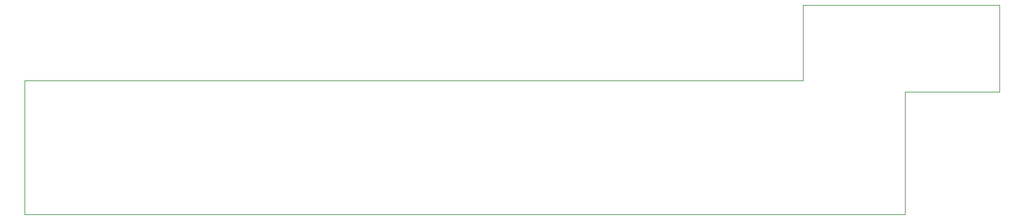
<source format=gm1>
G04 #@! TF.GenerationSoftware,KiCad,Pcbnew,5.1.5*
G04 #@! TF.CreationDate,2020-05-29T23:05:44+02:00*
G04 #@! TF.ProjectId,FFBridge,46464272-6964-4676-952e-6b696361645f,rev?*
G04 #@! TF.SameCoordinates,Original*
G04 #@! TF.FileFunction,Profile,NP*
%FSLAX46Y46*%
G04 Gerber Fmt 4.6, Leading zero omitted, Abs format (unit mm)*
G04 Created by KiCad (PCBNEW 5.1.5) date 2020-05-29 23:05:44*
%MOMM*%
%LPD*%
G04 APERTURE LIST*
%ADD10C,0.050000*%
G04 APERTURE END LIST*
D10*
X199136000Y-103378000D02*
X94488000Y-103378000D01*
X199136000Y-93218000D02*
X199136000Y-103378000D01*
X225552000Y-93218000D02*
X199136000Y-93218000D01*
X225552000Y-104902000D02*
X225552000Y-93218000D01*
X212852000Y-104902000D02*
X225552000Y-104902000D01*
X212852000Y-121412000D02*
X212852000Y-104902000D01*
X94488000Y-121412000D02*
X212852000Y-121412000D01*
X94488000Y-103378000D02*
X94488000Y-121412000D01*
M02*

</source>
